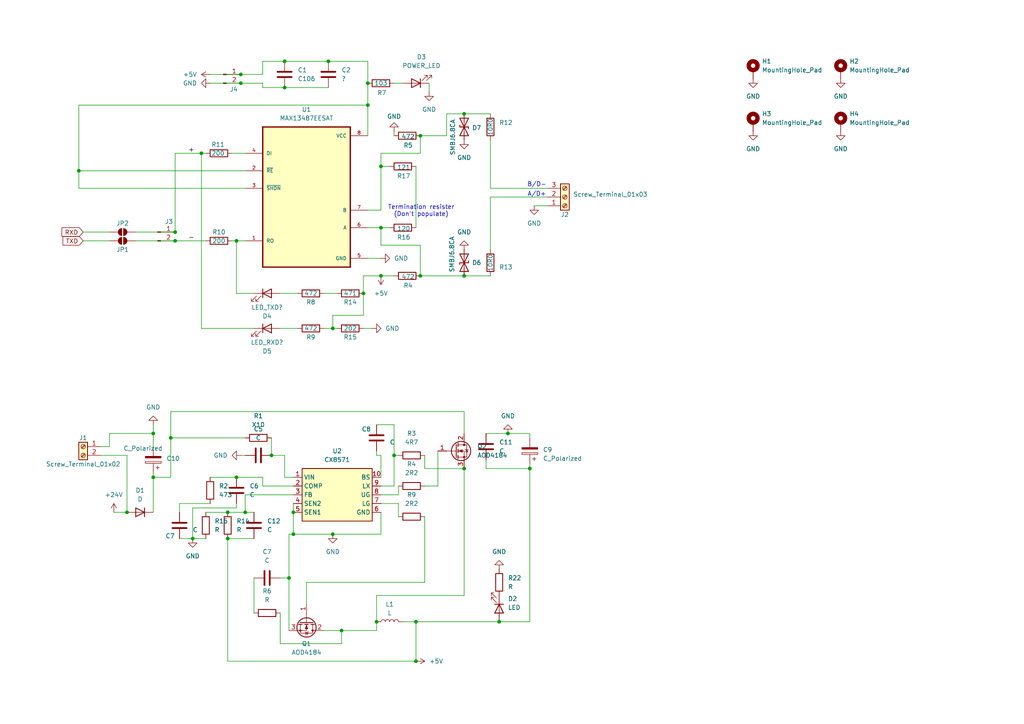
<source format=kicad_sch>
(kicad_sch (version 20231120) (generator "eeschema") (generator_version "8.0")
  (paper "A4")
  (lib_symbols
    (symbol "Connector:Conn_01x02_Pin" (pin_names (offset 1.016) hide)
      (property "Reference" "J" (at 0 2.54 0))
      (property "Value" "Conn_01x02_Pin" (at 0 -5.08 0))
      (symbol "Conn_01x02_Pin_1_1"
        (polyline (pts (xy 1.27 -2.54) (xy 0.8636 -2.54)) (stroke (width 0.1524)))
        (polyline (pts (xy 1.27 0) (xy 0.8636 0)) (stroke (width 0.1524)))
        (rectangle (start 0.8636 -2.413) (end 0 -2.667) (stroke (width 0.1524)) (fill (type outline)))
        (rectangle (start 0.8636 0.127) (end 0 -0.127) (stroke (width 0.1524)) (fill (type outline)))
        (pin passive line (at 5.08 0 180) (length 3.81) (name "Pin_1") (number "1"))
        (pin passive line (at 5.08 -2.54 180) (length 3.81) (name "Pin_2") (number "2"))
      )
    )
    (symbol "Connector:Screw_Terminal_01x02" (pin_names (offset 1.016) hide)
      (property "Reference" "J" (at 0 2.54 0))
      (property "Value" "Screw_Terminal_01x02" (at 0 -5.08 0))
      (symbol "Screw_Terminal_01x02_1_1"
        (rectangle (start -1.27 1.27) (end 1.27 -3.81) (stroke (width 0.254)) (fill (type background)))
        (circle (center 0 -2.54) (radius 0.635) (stroke (width 0.1524)))
        (polyline (pts (xy -0.5334 -2.2098) (xy 0.3302 -3.048)) (stroke (width 0.1524)))
        (polyline (pts (xy -0.5334 0.3302) (xy 0.3302 -0.508)) (stroke (width 0.1524)))
        (polyline (pts (xy -0.3556 -2.032) (xy 0.508 -2.8702)) (stroke (width 0.1524)))
        (polyline (pts (xy -0.3556 0.508) (xy 0.508 -0.3302)) (stroke (width 0.1524)))
        (circle (center 0 0) (radius 0.635) (stroke (width 0.1524)))
        (pin passive line (at -5.08 0 0) (length 3.81) (name "Pin_1") (number "1"))
        (pin passive line (at -5.08 -2.54 0) (length 3.81) (name "Pin_2") (number "2"))
      )
    )
    (symbol "Connector:Screw_Terminal_01x03" (pin_names (offset 1.016) hide)
      (property "Reference" "J" (at 0 5.08 0))
      (property "Value" "Screw_Terminal_01x03" (at 0 -5.08 0))
      (symbol "Screw_Terminal_01x03_1_1"
        (rectangle (start -1.27 3.81) (end 1.27 -3.81) (stroke (width 0.254)) (fill (type background)))
        (circle (center 0 -2.54) (radius 0.635) (stroke (width 0.1524)))
        (polyline (pts (xy -0.5334 -2.2098) (xy 0.3302 -3.048)) (stroke (width 0.1524)))
        (polyline (pts (xy -0.5334 0.3302) (xy 0.3302 -0.508)) (stroke (width 0.1524)))
        (polyline (pts (xy -0.5334 2.8702) (xy 0.3302 2.032)) (stroke (width 0.1524)))
        (polyline (pts (xy -0.3556 -2.032) (xy 0.508 -2.8702)) (stroke (width 0.1524)))
        (polyline (pts (xy -0.3556 0.508) (xy 0.508 -0.3302)) (stroke (width 0.1524)))
        (polyline (pts (xy -0.3556 3.048) (xy 0.508 2.2098)) (stroke (width 0.1524)))
        (circle (center 0 0) (radius 0.635) (stroke (width 0.1524)))
        (circle (center 0 2.54) (radius 0.635) (stroke (width 0.1524)))
        (pin passive line (at -5.08 2.54 0) (length 3.81) (name "Pin_1") (number "1"))
        (pin passive line (at -5.08 0 0) (length 3.81) (name "Pin_2") (number "2"))
        (pin passive line (at -5.08 -2.54 0) (length 3.81) (name "Pin_3") (number "3"))
      )
    )
    (symbol "Custom Symbols:CX8571"
      (property "Reference" "U" (at -10.16 8.89 0))
      (property "Value" "CX8571" (at 0 0 0))
      (symbol "CX8571_0_1"
        (rectangle (start -10.16 7.62) (end 10.16 -7.62) (stroke (width 0.254)) (fill (type background)))
      )
      (symbol "CX8571_1_1"
        (pin power_in line (at -12.7 5.08 0) (length 2.54) (name "VIN") (number "1"))
        (pin output line (at 12.7 5.08 180) (length 2.54) (name "BS") (number "10"))
        (pin input line (at -12.7 2.54 0) (length 2.54) (name "COMP") (number "2"))
        (pin input line (at -12.7 0 0) (length 2.54) (name "FB") (number "3"))
        (pin input line (at -12.7 -2.54 0) (length 2.54) (name "SEN2") (number "4"))
        (pin passive line (at -12.7 -5.08 0) (length 2.54) (name "SEN1") (number "5"))
        (pin passive line (at 12.7 -5.08 180) (length 2.54) (name "GND") (number "6"))
        (pin output line (at 12.7 -2.54 180) (length 2.54) (name "LG") (number "7"))
        (pin input line (at 12.7 0 180) (length 2.54) (name "UG") (number "8"))
        (pin input line (at 12.7 2.54 180) (length 2.54) (name "LX") (number "9"))
      )
    )
    (symbol "Custom Symbols:MAX13487EESAT" (pin_names (offset 1.016))
      (property "Reference" "U1" (at 0 25.4 0))
      (property "Value" "MAX13487EESAT" (at 0 22.86 0))
      (symbol "MAX13487EESAT_0_0"
        (rectangle (start -12.7 -20.32) (end 12.7 20.32) (stroke (width 0.41)) (fill (type background)))
        (pin bidirectional line (at -17.78 -12.7 0) (length 5.08) (name "RO") (number "1"))
        (pin bidirectional line (at -17.78 7.62 0) (length 5.08) (name "~{RE}") (number "2"))
        (pin bidirectional line (at -17.78 2.54 0) (length 5.08) (name "~{SHDN}") (number "3"))
        (pin input line (at -17.78 12.7 0) (length 5.08) (name "DI") (number "4"))
        (pin power_in line (at 17.78 -17.78 180) (length 5.08) (name "GND") (number "5"))
        (pin bidirectional line (at 17.78 -8.89 180) (length 5.08) (name "A") (number "6"))
        (pin bidirectional line (at 17.78 -3.81 180) (length 5.08) (name "B") (number "7"))
        (pin power_in line (at 17.78 17.78 180) (length 5.08) (name "VCC") (number "8"))
      )
    )
    (symbol "Device:C" (pin_numbers hide) (pin_names (offset 0.254))
      (property "Reference" "C" (at 0.635 2.54 0))
      (property "Value" "C" (at 0.635 -2.54 0))
      (symbol "C_0_1"
        (polyline (pts (xy -2.032 -0.762) (xy 2.032 -0.762)) (stroke (width 0.508)))
        (polyline (pts (xy -2.032 0.762) (xy 2.032 0.762)) (stroke (width 0.508)))
      )
      (symbol "C_1_1"
        (pin passive line (at 0 3.81 270) (length 2.794) (name "~") (number "1"))
        (pin passive line (at 0 -3.81 90) (length 2.794) (name "~") (number "2"))
      )
    )
    (symbol "Device:C_Polarized" (pin_numbers hide) (pin_names (offset 0.254))
      (property "Reference" "C" (at 0.635 2.54 0))
      (property "Value" "C_Polarized" (at 0.635 -2.54 0))
      (symbol "C_Polarized_0_1"
        (rectangle (start -2.286 0.508) (end 2.286 1.016))
        (polyline (pts (xy -1.778 2.286) (xy -0.762 2.286)))
        (polyline (pts (xy -1.27 2.794) (xy -1.27 1.778)))
        (rectangle (start 2.286 -0.508) (end -2.286 -1.016) (fill (type outline)))
      )
      (symbol "C_Polarized_1_1"
        (pin passive line (at 0 3.81 270) (length 2.794) (name "~") (number "1"))
        (pin passive line (at 0 -3.81 90) (length 2.794) (name "~") (number "2"))
      )
    )
    (symbol "Device:D" (pin_numbers hide) (pin_names (offset 1.016) hide)
      (property "Reference" "D" (at 0 2.54 0))
      (property "Value" "D" (at 0 -2.54 0))
      (symbol "D_0_1"
        (polyline (pts (xy -1.27 1.27) (xy -1.27 -1.27)) (stroke (width 0.254)))
        (polyline (pts (xy 1.27 0) (xy -1.27 0)))
        (polyline (pts (xy 1.27 1.27) (xy 1.27 -1.27) (xy -1.27 0) (xy 1.27 1.27)) (stroke (width 0.254)))
      )
      (symbol "D_1_1"
        (pin passive line (at -3.81 0 0) (length 2.54) (name "K") (number "1"))
        (pin passive line (at 3.81 0 180) (length 2.54) (name "A") (number "2"))
      )
    )
    (symbol "Device:D_TVS" (pin_numbers hide) (pin_names (offset 1.016) hide)
      (property "Reference" "D" (at 0 2.54 0))
      (property "Value" "D_TVS" (at 0 -2.54 0))
      (symbol "D_TVS_0_1"
        (polyline (pts (xy 1.27 0) (xy -1.27 0)))
        (polyline (pts (xy 0.508 1.27) (xy 0 1.27) (xy 0 -1.27) (xy -0.508 -1.27)) (stroke (width 0.254)))
        (polyline (pts (xy -2.54 1.27) (xy -2.54 -1.27) (xy 2.54 1.27) (xy 2.54 -1.27) (xy -2.54 1.27)) (stroke (width 0.254)))
      )
      (symbol "D_TVS_1_1"
        (pin passive line (at -3.81 0 0) (length 2.54) (name "A1") (number "1"))
        (pin passive line (at 3.81 0 180) (length 2.54) (name "A2") (number "2"))
      )
    )
    (symbol "Device:L" (pin_numbers hide) (pin_names (offset 1.016) hide)
      (property "Reference" "L" (at -1.27 0 90))
      (property "Value" "L" (at 1.905 0 90))
      (symbol "L_0_1"
        (arc (start 0 -2.54) (mid 0.6323 -1.905) (end 0 -1.27))
        (arc (start 0 -1.27) (mid 0.6323 -0.635) (end 0 0))
        (arc (start 0 0) (mid 0.6323 0.635) (end 0 1.27))
        (arc (start 0 1.27) (mid 0.6323 1.905) (end 0 2.54))
      )
      (symbol "L_1_1"
        (pin passive line (at 0 3.81 270) (length 1.27) (name "1") (number "1"))
        (pin passive line (at 0 -3.81 90) (length 1.27) (name "2") (number "2"))
      )
    )
    (symbol "Device:LED" (pin_numbers hide) (pin_names (offset 1.016) hide)
      (property "Reference" "D" (at 0 2.54 0))
      (property "Value" "LED" (at 0 -2.54 0))
      (symbol "LED_0_1"
        (polyline (pts (xy -1.27 -1.27) (xy -1.27 1.27)) (stroke (width 0.254)))
        (polyline (pts (xy -1.27 0) (xy 1.27 0)))
        (polyline (pts (xy 1.27 -1.27) (xy 1.27 1.27) (xy -1.27 0) (xy 1.27 -1.27)) (stroke (width 0.254)))
        (polyline (pts (xy -3.048 -0.762) (xy -4.572 -2.286) (xy -3.81 -2.286) (xy -4.572 -2.286) (xy -4.572 -1.524)))
        (polyline (pts (xy -1.778 -0.762) (xy -3.302 -2.286) (xy -2.54 -2.286) (xy -3.302 -2.286) (xy -3.302 -1.524)))
      )
      (symbol "LED_1_1"
        (pin passive line (at -3.81 0 0) (length 2.54) (name "K") (number "1"))
        (pin passive line (at 3.81 0 180) (length 2.54) (name "A") (number "2"))
      )
    )
    (symbol "Device:R" (pin_numbers hide) (pin_names (offset 0))
      (property "Reference" "R" (at 2.032 0 90))
      (property "Value" "R" (at 0 0 90))
      (symbol "R_0_1"
        (rectangle (start -1.016 -2.54) (end 1.016 2.54) (stroke (width 0.254)))
      )
      (symbol "R_1_1"
        (pin passive line (at 0 3.81 270) (length 1.27) (name "~") (number "1"))
        (pin passive line (at 0 -3.81 90) (length 1.27) (name "~") (number "2"))
      )
    )
    (symbol "Jumper:SolderJumper_2_Open" (pin_numbers hide) (pin_names (offset 0) hide) (exclude_from_sim yes) (in_bom no)
      (property "Reference" "JP" (at 0 2.032 0))
      (property "Value" "SolderJumper_2_Open" (at 0 -2.54 0))
      (symbol "SolderJumper_2_Open_0_1"
        (arc (start -0.254 1.016) (mid -1.2656 0) (end -0.254 -1.016))
        (arc (start -0.254 1.016) (mid -1.2656 0) (end -0.254 -1.016) (fill (type outline)))
        (polyline (pts (xy -0.254 1.016) (xy -0.254 -1.016)))
        (polyline (pts (xy 0.254 1.016) (xy 0.254 -1.016)))
        (arc (start 0.254 -1.016) (mid 1.2656 0) (end 0.254 1.016))
        (arc (start 0.254 -1.016) (mid 1.2656 0) (end 0.254 1.016) (fill (type outline)))
      )
      (symbol "SolderJumper_2_Open_1_1"
        (pin passive line (at -3.81 0 0) (length 2.54) (name "A") (number "1"))
        (pin passive line (at 3.81 0 180) (length 2.54) (name "B") (number "2"))
      )
    )
    (symbol "Mechanical:MountingHole_Pad" (pin_numbers hide) (pin_names (offset 1.016) hide) (exclude_from_sim yes) (in_bom no)
      (property "Reference" "H" (at 0 6.35 0))
      (property "Value" "MountingHole_Pad" (at 0 4.445 0))
      (symbol "MountingHole_Pad_0_1"
        (circle (center 0 1.27) (radius 1.27) (stroke (width 1.27)))
      )
      (symbol "MountingHole_Pad_1_1"
        (pin input line (at 0 -2.54 90) (length 2.54) (name "1") (number "1"))
      )
    )
    (symbol "Transistor_FET:RS9N50D" (pin_names hide)
      (property "Reference" "Q" (at 5.08 1.905 0))
      (property "Value" "RS9N50D" (at 5.08 0 0))
      (symbol "RS9N50D_0_1"
        (polyline (pts (xy 0.254 0) (xy -2.54 0)))
        (polyline (pts (xy 0.254 1.905) (xy 0.254 -1.905)) (stroke (width 0.254)))
        (polyline (pts (xy 0.762 -1.27) (xy 0.762 -2.286)) (stroke (width 0.254)))
        (polyline (pts (xy 0.762 0.508) (xy 0.762 -0.508)) (stroke (width 0.254)))
        (polyline (pts (xy 0.762 2.286) (xy 0.762 1.27)) (stroke (width 0.254)))
        (polyline (pts (xy 2.54 2.54) (xy 2.54 1.778)))
        (polyline (pts (xy 2.54 -2.54) (xy 2.54 0) (xy 0.762 0)))
        (polyline (pts (xy 0.762 -1.778) (xy 3.302 -1.778) (xy 3.302 1.778) (xy 0.762 1.778)))
        (polyline (pts (xy 1.016 0) (xy 2.032 0.381) (xy 2.032 -0.381) (xy 1.016 0)) (fill (type outline)))
        (polyline (pts (xy 2.794 0.508) (xy 2.921 0.381) (xy 3.683 0.381) (xy 3.81 0.254)))
        (polyline (pts (xy 3.302 0.381) (xy 2.921 -0.254) (xy 3.683 -0.254) (xy 3.302 0.381)))
        (circle (center 1.651 0) (radius 2.794) (stroke (width 0.254)))
        (circle (center 2.54 -1.778) (radius 0.254) (fill (type outline)))
        (circle (center 2.54 1.778) (radius 0.254) (fill (type outline)))
      )
      (symbol "RS9N50D_1_1"
        (pin input line (at -5.08 0 0) (length 2.54) (name "G") (number "1"))
        (pin passive line (at 2.54 5.08 270) (length 2.54) (name "D") (number "2"))
        (pin passive line (at 2.54 -5.08 90) (length 2.54) (name "S") (number "3"))
      )
    )
    (symbol "power:+24V" (power) (pin_numbers hide) (pin_names (offset 0) hide)
      (property "Value" "+24V" (at 0 3.556 0))
      (symbol "+24V_0_1"
        (polyline (pts (xy -0.762 1.27) (xy 0 2.54)))
        (polyline (pts (xy 0 0) (xy 0 2.54)))
        (polyline (pts (xy 0 2.54) (xy 0.762 1.27)))
      )
      (symbol "+24V_1_1"
        (pin power_in line (at 0 0 90) (length 0) (name "~") (number "1"))
      )
    )
    (symbol "power:+5V" (power) (pin_numbers hide) (pin_names (offset 0) hide)
      (property "Value" "+5V" (at 0 3.556 0))
      (symbol "+5V_0_1"
        (polyline (pts (xy -0.762 1.27) (xy 0 2.54)))
        (polyline (pts (xy 0 0) (xy 0 2.54)))
        (polyline (pts (xy 0 2.54) (xy 0.762 1.27)))
      )
      (symbol "+5V_1_1"
        (pin power_in line (at 0 0 90) (length 0) (name "~") (number "1"))
      )
    )
    (symbol "power:GND" (power) (pin_numbers hide) (pin_names (offset 0) hide)
      (property "Value" "GND" (at 0 -3.81 0))
      (symbol "GND_0_1"
        (polyline (pts (xy 0 0) (xy 0 -1.27) (xy 1.27 -1.27) (xy 0 -2.54) (xy -1.27 -1.27) (xy 0 -1.27)))
      )
      (symbol "GND_1_1"
        (pin power_in line (at 0 0 270) (length 0) (name "~") (number "1"))
      )
    )
  )
  (junction (at 144.78 180.34))
  (junction (at 69.85 21.59))
  (junction (at 71.12 148.59))
  (junction (at 49.53 127))
  (junction (at 68.58 69.85))
  (junction (at 55.88 156.21))
  (junction (at 114.3 132.08))
  (junction (at 66.04 156.21))
  (junction (at 69.85 24.13))
  (junction (at 134.62 135.89))
  (junction (at 78.74 132.08))
  (junction (at 121.92 80.01))
  (junction (at 36.83 148.59))
  (junction (at 121.92 39.37))
  (junction (at 68.58 138.43))
  (junction (at 58.42 44.45))
  (junction (at 110.49 66.04))
  (junction (at 95.25 17.78))
  (junction (at 85.09 148.59))
  (junction (at 106.68 24.13))
  (junction (at 82.55 17.78))
  (junction (at 50.8 69.85))
  (junction (at 44.45 138.43))
  (junction (at 134.62 33.02))
  (junction (at 44.45 125.73))
  (junction (at 120.65 180.34))
  (junction (at 82.55 25.4))
  (junction (at 109.22 180.34))
  (junction (at 96.52 95.25))
  (junction (at 66.04 148.59))
  (junction (at 50.8 67.31))
  (junction (at 105.41 85.09))
  (junction (at 106.68 30.48))
  (junction (at 85.09 154.94))
  (junction (at 110.49 80.01))
  (junction (at 99.06 182.88))
  (junction (at 96.52 154.94))
  (junction (at 83.82 167.64))
  (junction (at 22.86 49.53))
  (junction (at 147.32 125.73))
  (junction (at 120.65 191.77))
  (junction (at 134.62 80.01))
  (junction (at 110.49 48.26))
  (junction (at 153.67 135.89))
  (wire (pts (xy 76.2 21.59) (xy 69.85 21.59)))
  (wire (pts (xy 142.24 54.61) (xy 158.75 54.61)))
  (wire (pts (xy 69.85 132.08) (xy 71.12 132.08)))
  (wire (pts (xy 93.98 85.09) (xy 97.79 85.09)))
  (wire (pts (xy 110.49 132.08) (xy 110.49 138.43)))
  (wire (pts (xy 123.19 135.89) (xy 134.62 135.89)))
  (wire (pts (xy 140.97 135.89) (xy 153.67 135.89)))
  (wire (pts (xy 120.65 48.26) (xy 120.65 66.04)))
  (wire (pts (xy 58.42 95.25) (xy 73.66 95.25)))
  (wire (pts (xy 129.54 39.37) (xy 129.54 33.02)))
  (wire (pts (xy 123.19 168.91) (xy 123.19 149.86)))
  (wire (pts (xy 52.07 146.05) (xy 52.07 148.59)))
  (wire (pts (xy 22.86 54.61) (xy 22.86 49.53)))
  (wire (pts (xy 114.3 24.13) (xy 116.84 24.13)))
  (wire (pts (xy 44.45 125.73) (xy 44.45 129.54)))
  (wire (pts (xy 114.3 132.08) (xy 115.57 132.08)))
  (wire (pts (xy 109.22 132.08) (xy 110.49 132.08)))
  (wire (pts (xy 106.68 17.78) (xy 106.68 24.13)))
  (wire (pts (xy 55.88 156.21) (xy 52.07 156.21)))
  (wire (pts (xy 76.2 138.43) (xy 68.58 138.43)))
  (wire (pts (xy 110.49 48.26) (xy 113.03 48.26)))
  (wire (pts (xy 134.62 119.38) (xy 49.53 119.38)))
  (wire (pts (xy 76.2 25.4) (xy 82.55 25.4)))
  (wire (pts (xy 55.88 156.21) (xy 59.69 156.21)))
  (wire (pts (xy 96.52 91.44) (xy 105.41 91.44)))
  (wire (pts (xy 60.96 146.05) (xy 52.07 146.05)))
  (wire (pts (xy 60.96 138.43) (xy 68.58 138.43)))
  (wire (pts (xy 106.68 74.93) (xy 110.49 74.93)))
  (wire (pts (xy 66.04 156.21) (xy 73.66 156.21)))
  (wire (pts (xy 110.49 143.51) (xy 115.57 143.51)))
  (wire (pts (xy 142.24 57.15) (xy 142.24 72.39)))
  (wire (pts (xy 39.37 69.85) (xy 50.8 69.85)))
  (wire (pts (xy 110.49 48.26) (xy 110.49 44.45)))
  (wire (pts (xy 33.02 148.59) (xy 36.83 148.59)))
  (wire (pts (xy 59.69 148.59) (xy 66.04 148.59)))
  (wire (pts (xy 69.85 21.59) (xy 60.96 21.59)))
  (wire (pts (xy 96.52 154.94) (xy 110.49 154.94)))
  (wire (pts (xy 105.41 85.09) (xy 105.41 91.44)))
  (wire (pts (xy 153.67 127) (xy 153.67 125.73)))
  (wire (pts (xy 78.74 132.08) (xy 82.55 132.08)))
  (wire (pts (xy 31.75 129.54) (xy 31.75 125.73)))
  (wire (pts (xy 153.67 134.62) (xy 153.67 135.89)))
  (wire (pts (xy 124.46 24.13) (xy 124.46 26.67)))
  (wire (pts (xy 39.37 67.31) (xy 50.8 67.31)))
  (wire (pts (xy 115.57 149.86) (xy 115.57 146.05)))
  (wire (pts (xy 121.92 44.45) (xy 121.92 39.37)))
  (wire (pts (xy 29.21 129.54) (xy 31.75 129.54)))
  (wire (pts (xy 81.28 186.69) (xy 99.06 186.69)))
  (wire (pts (xy 36.83 132.08) (xy 29.21 132.08)))
  (wire (pts (xy 50.8 44.45) (xy 58.42 44.45)))
  (wire (pts (xy 134.62 135.89) (xy 134.62 172.72)))
  (wire (pts (xy 88.9 175.26) (xy 88.9 168.91)))
  (wire (pts (xy 68.58 147.32) (xy 55.88 147.32)))
  (wire (pts (xy 82.55 132.08) (xy 82.55 138.43)))
  (wire (pts (xy 142.24 57.15) (xy 158.75 57.15)))
  (wire (pts (xy 114.3 38.1) (xy 114.3 39.37)))
  (wire (pts (xy 49.53 119.38) (xy 49.53 127)))
  (wire (pts (xy 109.22 182.88) (xy 109.22 180.34)))
  (wire (pts (xy 121.92 80.01) (xy 134.62 80.01)))
  (wire (pts (xy 71.12 143.51) (xy 71.12 148.59)))
  (wire (pts (xy 60.96 24.13) (xy 69.85 24.13)))
  (wire (pts (xy 99.06 186.69) (xy 99.06 182.88)))
  (wire (pts (xy 106.68 66.04) (xy 110.49 66.04)))
  (wire (pts (xy 123.19 132.08) (xy 123.19 135.89)))
  (wire (pts (xy 88.9 168.91) (xy 123.19 168.91)))
  (wire (pts (xy 106.68 60.96) (xy 110.49 60.96)))
  (wire (pts (xy 142.24 54.61) (xy 142.24 40.64)))
  (wire (pts (xy 123.19 140.97) (xy 127 140.97)))
  (wire (pts (xy 93.98 95.25) (xy 96.52 95.25)))
  (wire (pts (xy 134.62 172.72) (xy 109.22 172.72)))
  (wire (pts (xy 83.82 154.94) (xy 85.09 154.94)))
  (wire (pts (xy 105.41 95.25) (xy 107.95 95.25)))
  (wire (pts (xy 76.2 21.59) (xy 76.2 17.78)))
  (wire (pts (xy 106.68 24.13) (xy 106.68 30.48)))
  (wire (pts (xy 134.62 33.02) (xy 142.24 33.02)))
  (wire (pts (xy 110.49 80.01) (xy 114.3 80.01)))
  (wire (pts (xy 66.04 156.21) (xy 66.04 191.77)))
  (wire (pts (xy 110.49 140.97) (xy 114.3 140.97)))
  (wire (pts (xy 85.09 148.59) (xy 85.09 154.94)))
  (wire (pts (xy 83.82 167.64) (xy 83.82 154.94)))
  (wire (pts (xy 24.13 69.85) (xy 31.75 69.85)))
  (wire (pts (xy 85.09 140.97) (xy 76.2 140.97)))
  (wire (pts (xy 71.12 148.59) (xy 66.04 148.59)))
  (wire (pts (xy 153.67 135.89) (xy 153.67 180.34)))
  (wire (pts (xy 96.52 95.25) (xy 96.52 91.44)))
  (wire (pts (xy 147.32 125.73) (xy 153.67 125.73)))
  (wire (pts (xy 121.92 71.12) (xy 121.92 80.01)))
  (wire (pts (xy 110.49 66.04) (xy 113.03 66.04)))
  (wire (pts (xy 110.49 48.26) (xy 110.49 60.96)))
  (wire (pts (xy 109.22 130.81) (xy 109.22 132.08)))
  (wire (pts (xy 134.62 80.01) (xy 142.24 80.01)))
  (wire (pts (xy 49.53 138.43) (xy 44.45 138.43)))
  (wire (pts (xy 110.49 66.04) (xy 110.49 71.12)))
  (wire (pts (xy 50.8 44.45) (xy 50.8 67.31)))
  (wire (pts (xy 115.57 143.51) (xy 115.57 140.97)))
  (wire (pts (xy 110.49 71.12) (xy 121.92 71.12)))
  (wire (pts (xy 58.42 44.45) (xy 58.42 95.25)))
  (wire (pts (xy 99.06 182.88) (xy 109.22 182.88)))
  (wire (pts (xy 121.92 39.37) (xy 129.54 39.37)))
  (wire (pts (xy 115.57 146.05) (xy 110.49 146.05)))
  (wire (pts (xy 71.12 127) (xy 49.53 127)))
  (wire (pts (xy 68.58 146.05) (xy 68.58 147.32)))
  (wire (pts (xy 134.62 125.73) (xy 134.62 119.38)))
  (wire (pts (xy 22.86 49.53) (xy 22.86 30.48)))
  (wire (pts (xy 154.94 59.69) (xy 158.75 59.69)))
  (wire (pts (xy 66.04 191.77) (xy 120.65 191.77)))
  (wire (pts (xy 144.78 180.34) (xy 120.65 180.34)))
  (wire (pts (xy 105.41 80.01) (xy 110.49 80.01)))
  (wire (pts (xy 96.52 95.25) (xy 97.79 95.25)))
  (wire (pts (xy 71.12 54.61) (xy 22.86 54.61)))
  (wire (pts (xy 76.2 140.97) (xy 76.2 138.43)))
  (wire (pts (xy 114.3 123.19) (xy 109.22 123.19)))
  (wire (pts (xy 24.13 67.31) (xy 31.75 67.31)))
  (wire (pts (xy 153.67 180.34) (xy 144.78 180.34)))
  (wire (pts (xy 44.45 137.16) (xy 44.45 138.43)))
  (wire (pts (xy 83.82 182.88) (xy 83.82 167.64)))
  (wire (pts (xy 68.58 85.09) (xy 68.58 69.85)))
  (wire (pts (xy 76.2 24.13) (xy 76.2 25.4)))
  (wire (pts (xy 106.68 17.78) (xy 95.25 17.78)))
  (wire (pts (xy 120.65 180.34) (xy 120.65 191.77)))
  (wire (pts (xy 85.09 143.51) (xy 71.12 143.51)))
  (wire (pts (xy 81.28 85.09) (xy 86.36 85.09)))
  (wire (pts (xy 110.49 44.45) (xy 121.92 44.45)))
  (wire (pts (xy 82.55 138.43) (xy 85.09 138.43)))
  (wire (pts (xy 31.75 125.73) (xy 44.45 125.73)))
  (wire (pts (xy 81.28 177.8) (xy 81.28 186.69)))
  (wire (pts (xy 76.2 17.78) (xy 82.55 17.78)))
  (wire (pts (xy 85.09 146.05) (xy 85.09 148.59)))
  (wire (pts (xy 69.85 24.13) (xy 76.2 24.13)))
  (wire (pts (xy 140.97 133.35) (xy 140.97 135.89)))
  (wire (pts (xy 67.31 69.85) (xy 68.58 69.85)))
  (wire (pts (xy 114.3 132.08) (xy 114.3 123.19)))
  (wire (pts (xy 55.88 147.32) (xy 55.88 156.21)))
  (wire (pts (xy 36.83 148.59) (xy 36.83 132.08)))
  (wire (pts (xy 22.86 49.53) (xy 71.12 49.53)))
  (wire (pts (xy 78.74 127) (xy 78.74 132.08)))
  (wire (pts (xy 95.25 17.78) (xy 82.55 17.78)))
  (wire (pts (xy 81.28 95.25) (xy 86.36 95.25)))
  (wire (pts (xy 73.66 85.09) (xy 68.58 85.09)))
  (wire (pts (xy 129.54 33.02) (xy 134.62 33.02)))
  (wire (pts (xy 127 140.97) (xy 127 130.81)))
  (wire (pts (xy 81.28 167.64) (xy 83.82 167.64)))
  (wire (pts (xy 82.55 25.4) (xy 95.25 25.4)))
  (wire (pts (xy 68.58 69.85) (xy 71.12 69.85)))
  (wire (pts (xy 106.68 30.48) (xy 106.68 39.37)))
  (wire (pts (xy 85.09 154.94) (xy 96.52 154.94)))
  (wire (pts (xy 110.49 154.94) (xy 110.49 148.59)))
  (wire (pts (xy 44.45 123.19) (xy 44.45 125.73)))
  (wire (pts (xy 93.98 182.88) (xy 99.06 182.88)))
  (wire (pts (xy 114.3 140.97) (xy 114.3 132.08)))
  (wire (pts (xy 140.97 125.73) (xy 147.32 125.73)))
  (wire (pts (xy 105.41 80.01) (xy 105.41 85.09)))
  (wire (pts (xy 44.45 138.43) (xy 44.45 148.59)))
  (wire (pts (xy 109.22 172.72) (xy 109.22 180.34)))
  (wire (pts (xy 50.8 69.85) (xy 59.69 69.85)))
  (wire (pts (xy 22.86 30.48) (xy 106.68 30.48)))
  (wire (pts (xy 58.42 44.45) (xy 59.69 44.45)))
  (wire (pts (xy 73.66 167.64) (xy 73.66 177.8)))
  (wire (pts (xy 49.53 127) (xy 49.53 138.43)))
  (wire (pts (xy 67.31 44.45) (xy 71.12 44.45)))
  (wire (pts (xy 116.84 180.34) (xy 120.65 180.34)))
  (wire (pts (xy 71.12 148.59) (xy 73.66 148.59)))
  (text "Termination resister\n(Don't populate)" (at 122.174 61.214 0) (effects (font (size 1.27 1.27))))
  (text "B/D-" (at 155.702 53.594 0) (effects (font (size 1.27 1.27))))
  (text "A/D+" (at 155.702 56.388 0) (effects (font (size 1.27 1.27))))
  (label "-" (at 54.61 69.85 0))
  (label "+" (at 54.61 44.45 0))
  (global_label "TXD" (shape input) (at 24.13 69.85 180) (property "Intersheetrefs" "${INTERSHEET_REFS}" (effects (hide yes))))
  (global_label "RXD" (shape input) (at 24.13 67.31 180) (property "Intersheetrefs" "${INTERSHEET_REFS}" (effects (hide yes))))
  (symbol (lib_id "power:GND") (at 243.84 38.1 0) (unit 1)
    (property "Reference" "#PWR014" (effects (hide yes)))
    (property "Value" "GND" (at 243.84 43.18 0))
    (property "Description" "Power symbol creates a global label with name \"GND\" , ground" (effects (hide yes)))
  )
  (symbol (lib_id "Device:C") (at 109.22 127 0) (unit 1)
    (property "Reference" "C8" (at 104.902 124.46 0) (effects (justify left)))
    (property "Value" "C" (at 113.03 128.2699 0) (effects (justify left)))
    (property "Footprint" "Capacitor_SMD:C_0603_1608Metric" (effects (hide yes)))
    (property "Description" "Unpolarized capacitor" (effects (hide yes)))
  )
  (symbol (lib_id "Device:R") (at 119.38 149.86 90) (unit 1)
    (property "Reference" "R9" (at 119.38 143.51 90))
    (property "Value" "2R2" (at 119.38 146.05 90))
    (property "Footprint" "Resistor_SMD:R_0603_1608Metric" (effects (hide yes)))
    (property "Description" "Resistor" (effects (hide yes)))
  )
  (symbol (lib_id "Device:R") (at 142.24 36.83 0) (unit 1)
    (property "Reference" "R12" (at 144.78 35.5599 0) (effects (justify left)))
    (property "Value" "10R0" (at 142.24 39.37 90) (effects (justify left)))
    (property "Footprint" "Resistor_SMD:R_2512_6332Metric" (effects (hide yes)))
    (property "Description" "Resistor" (effects (hide yes)))
  )
  (symbol (lib_id "Connector:Screw_Terminal_01x03") (at 163.83 57.15 0) (mirror x) (unit 1)
    (property "Reference" "J2" (at 163.83 62.23 0))
    (property "Value" "Screw_Terminal_01x03" (at 177.038 56.388 0))
    (property "Footprint" "TerminalBlock_RND:TerminalBlock_RND_205-00013_1x03_P5.00mm_Horizontal" (effects (hide yes)))
    (property "Description" "Generic screw terminal, single row, 01x03, script generated (kicad-library-utils/schlib/autogen/connector/)" (effects (hide yes)))
  )
  (symbol (lib_id "Device:C") (at 52.07 152.4 0) (unit 1)
    (property "Reference" "C7" (at 48.006 155.448 0) (effects (justify left)))
    (property "Value" "C" (at 55.88 153.6699 0) (effects (justify left)))
    (property "Footprint" "Capacitor_SMD:C_0603_1608Metric" (effects (hide yes)))
    (property "Description" "Unpolarized capacitor" (effects (hide yes)))
  )
  (symbol (lib_id "Device:R") (at 142.24 76.2 0) (mirror x) (unit 1)
    (property "Reference" "R13" (at 144.78 77.4701 0) (effects (justify left)))
    (property "Value" "10R0" (at 142.24 73.66 90) (effects (justify left)))
    (property "Footprint" "Resistor_SMD:R_2512_6332Metric" (effects (hide yes)))
    (property "Description" "Resistor" (effects (hide yes)))
  )
  (symbol (lib_id "Mechanical:MountingHole_Pad") (at 243.84 20.32 0) (unit 1) (exclude_from_sim yes) (in_bom no)
    (property "Reference" "H2" (at 246.38 17.7799 0) (effects (justify left)))
    (property "Value" "MountingHole_Pad" (at 246.38 20.3199 0) (effects (justify left)))
    (property "Footprint" "MountingHole:MountingHole_3.2mm_M3_DIN965_Pad" (effects (hide yes)))
    (property "Description" "Mounting Hole with connection" (effects (hide yes)))
  )
  (symbol (lib_id "Device:R") (at 116.84 66.04 90) (unit 1)
    (property "Reference" "R16" (at 117.094 68.834 90))
    (property "Value" "120" (at 117.094 66.294 90))
    (property "Footprint" "Resistor_SMD:R_0603_1608Metric" (effects (hide yes)))
    (property "Description" "Resistor" (effects (hide yes)))
  )
  (symbol (lib_id "Device:D_TVS") (at 134.62 36.83 270) (unit 1)
    (property "Reference" "D7" (at 136.906 37.084 90) (effects (justify left)))
    (property "Value" "SMBJ6.8CA" (at 131.318 34.544 0) (effects (justify left)))
    (property "Footprint" "Diode_SMD:D_SMB" (effects (hide yes)))
    (property "Description" "Bidirectional transient-voltage-suppression diode" (effects (hide yes)))
    (property "Sim.Device" "D" (effects (hide yes)))
    (property "Sim.Pins" "1=K 2=A" (effects (hide yes)))
  )
  (symbol (lib_id "Device:R") (at 66.04 152.4 0) (unit 1)
    (property "Reference" "R14" (at 68.58 151.1299 0) (effects (justify left)))
    (property "Value" "R" (at 68.58 153.6699 0) (effects (justify left)))
    (property "Footprint" "Resistor_SMD:R_0603_1608Metric" (effects (hide yes)))
    (property "Description" "Resistor" (effects (hide yes)))
  )
  (symbol (lib_id "Device:C") (at 73.66 152.4 0) (unit 1)
    (property "Reference" "C12" (at 77.47 151.1299 0) (effects (justify left)))
    (property "Value" "C" (at 77.47 153.6699 0) (effects (justify left)))
    (property "Footprint" "Capacitor_SMD:C_0603_1608Metric" (effects (hide yes)))
    (property "Description" "Unpolarized capacitor" (effects (hide yes)))
  )
  (symbol (lib_id "Jumper:SolderJumper_2_Open") (at 35.56 69.85 0) (unit 1) (exclude_from_sim yes) (in_bom no)
    (property "Reference" "JP1" (at 35.56 72.39 0))
    (property "Value" "SolderJumper_2_Open" (effects (hide yes)))
    (property "Footprint" "Jumper:SolderJumper-2_P1.3mm_Open_TrianglePad1.0x1.5mm" (effects (hide yes)))
    (property "Description" "Solder Jumper, 2-pole, open" (effects (hide yes)))
  )
  (symbol (lib_id "Connector:Conn_01x02_Pin") (at 64.77 21.59 0) (unit 1)
    (property "Reference" "J4" (at 67.818 25.908 0))
    (property "Value" "Conn_01x02_Pin" (effects (hide yes)))
    (property "Footprint" "Connector_PinHeader_2.54mm:PinHeader_1x02_P2.54mm_Vertical" (effects (hide yes)))
    (property "Description" "Generic connector, single row, 01x02, script generated" (effects (hide yes)))
  )
  (symbol (lib_id "power:GND") (at 218.44 22.86 0) (unit 1)
    (property "Reference" "#PWR010" (effects (hide yes)))
    (property "Value" "GND" (at 218.44 27.94 0))
    (property "Description" "Power symbol creates a global label with name \"GND\" , ground" (effects (hide yes)))
  )
  (symbol (lib_id "power:GND") (at 114.3 38.1 180) (unit 1)
    (property "Reference" "#PWR06" (effects (hide yes)))
    (property "Value" "GND" (at 114.3 33.782 0))
    (property "Description" "Power symbol creates a global label with name \"GND\" , ground" (effects (hide yes)))
  )
  (symbol (lib_id "power:GND") (at 154.94 59.69 0) (unit 1)
    (property "Reference" "#PWR08" (effects (hide yes)))
    (property "Value" "GND" (at 154.94 64.77 0))
    (property "Description" "Power symbol creates a global label with name \"GND\" , ground" (effects (hide yes)))
  )
  (symbol (lib_id "power:GND") (at 60.96 24.13 270) (unit 1)
    (property "Reference" "#PWR04" (effects (hide yes)))
    (property "Value" "GND" (at 57.15 24.1299 90) (effects (justify right)))
    (property "Description" "Power symbol creates a global label with name \"GND\" , ground" (effects (hide yes)))
  )
  (symbol (lib_id "Device:R") (at 144.78 168.91 0) (unit 1)
    (property "Reference" "R22" (at 147.32 167.6399 0) (effects (justify left)))
    (property "Value" "R" (at 147.32 170.1799 0) (effects (justify left)))
    (property "Footprint" "Resistor_SMD:R_0603_1608Metric" (effects (hide yes)))
    (property "Description" "Resistor" (effects (hide yes)))
  )
  (symbol (lib_id "power:+24V") (at 33.02 148.59 0) (unit 1)
    (property "Reference" "#PWR015" (effects (hide yes)))
    (property "Value" "+24V" (at 33.02 143.51 0))
    (property "Description" "Power symbol creates a global label with name \"+24V\"" (effects (hide yes)))
  )
  (symbol (lib_id "Device:R") (at 60.96 142.24 0) (unit 1)
    (property "Reference" "R2" (at 63.5 140.9699 0) (effects (justify left)))
    (property "Value" "473" (at 63.5 143.5099 0) (effects (justify left)))
    (property "Footprint" "Resistor_SMD:R_0603_1608Metric" (effects (hide yes)))
    (property "Description" "Resistor" (effects (hide yes)))
  )
  (symbol (lib_id "power:GND") (at 124.46 26.67 0) (unit 1)
    (property "Reference" "#PWR05" (effects (hide yes)))
    (property "Value" "GND" (at 124.46 31.75 0))
    (property "Description" "Power symbol creates a global label with name \"GND\" , ground" (effects (hide yes)))
  )
  (symbol (lib_id "power:GND") (at 134.62 72.39 0) (mirror x) (unit 1)
    (property "Reference" "#PWR09" (effects (hide yes)))
    (property "Value" "GND" (at 134.62 67.31 0))
    (property "Description" "Power symbol creates a global label with name \"GND\" , ground" (effects (hide yes)))
  )
  (symbol (lib_id "Device:R") (at 90.17 95.25 90) (unit 1)
    (property "Reference" "R9" (at 90.17 97.79 90))
    (property "Value" "472" (at 90.17 95.25 90))
    (property "Footprint" "Resistor_SMD:R_0603_1608Metric" (effects (hide yes)))
    (property "Description" "Resistor" (effects (hide yes)))
  )
  (symbol (lib_id "Device:R") (at 63.5 69.85 90) (unit 1)
    (property "Reference" "R10" (at 63.5 67.31 90))
    (property "Value" "200" (at 63.5 69.85 90))
    (property "Footprint" "Resistor_SMD:R_0603_1608Metric" (effects (hide yes)))
    (property "Description" "Resistor" (effects (hide yes)))
  )
  (symbol (lib_id "Device:R") (at 119.38 132.08 90) (unit 1)
    (property "Reference" "R3" (at 119.38 125.73 90))
    (property "Value" "4R7" (at 119.38 128.27 90))
    (property "Footprint" "Resistor_SMD:R_0603_1608Metric" (effects (hide yes)))
    (property "Description" "Resistor" (effects (hide yes)))
  )
  (symbol (lib_id "Device:R") (at 119.38 140.97 90) (unit 1)
    (property "Reference" "R4" (at 119.38 134.62 90))
    (property "Value" "2R2" (at 119.38 137.16 90))
    (property "Footprint" "Resistor_SMD:R_0603_1608Metric" (effects (hide yes)))
    (property "Description" "Resistor" (effects (hide yes)))
  )
  (symbol (lib_id "Device:C") (at 140.97 129.54 0) (unit 1)
    (property "Reference" "C11" (at 144.78 128.2699 0) (effects (justify left)))
    (property "Value" "C" (at 144.78 130.8099 0) (effects (justify left)))
    (property "Footprint" "Capacitor_SMD:C_0603_1608Metric" (effects (hide yes)))
    (property "Description" "Unpolarized capacitor" (effects (hide yes)))
  )
  (symbol (lib_id "Device:LED") (at 77.47 95.25 0) (unit 1)
    (property "Reference" "D5" (at 77.47 101.854 0))
    (property "Value" "LED_RXD?" (at 77.47 99.314 0))
    (property "Footprint" "LED_SMD:LED_0603_1608Metric" (effects (hide yes)))
    (property "Description" "Light emitting diode" (effects (hide yes)))
  )
  (symbol (lib_id "Device:LED") (at 120.65 24.13 180) (unit 1)
    (property "Reference" "D3" (at 122.2375 16.51 0))
    (property "Value" "POWER_LED" (at 122.2375 19.05 0))
    (property "Footprint" "LED_SMD:LED_0603_1608Metric" (effects (hide yes)))
    (property "Description" "Light emitting diode" (effects (hide yes)))
  )
  (symbol (lib_id "Device:D") (at 40.64 148.59 180) (unit 1)
    (property "Reference" "D1" (at 40.64 142.24 0))
    (property "Value" "D" (at 40.64 144.78 0))
    (property "Footprint" "Diode_SMD:D_SMB" (effects (hide yes)))
    (property "Description" "Diode" (effects (hide yes)))
    (property "Sim.Device" "D" (effects (hide yes)))
    (property "Sim.Pins" "1=K 2=A" (effects (hide yes)))
  )
  (symbol (lib_id "Device:R") (at 116.84 48.26 90) (unit 1)
    (property "Reference" "R17" (at 117.094 51.054 90))
    (property "Value" "121" (at 117.094 48.514 90))
    (property "Footprint" "Resistor_SMD:R_0603_1608Metric" (effects (hide yes)))
    (property "Description" "Resistor" (effects (hide yes)))
  )
  (symbol (lib_id "power:GND") (at 147.32 125.73 180) (unit 1)
    (property "Reference" "#PWR022" (effects (hide yes)))
    (property "Value" "GND" (at 147.32 120.65 0))
    (property "Description" "Power symbol creates a global label with name \"GND\" , ground" (effects (hide yes)))
  )
  (symbol (lib_id "Connector:Conn_01x02_Pin") (at 45.72 67.31 0) (unit 1)
    (property "Reference" "J3" (at 49.022 64.262 0))
    (property "Value" "Conn_01x02_Pin" (effects (hide yes)))
    (property "Footprint" "Connector_PinHeader_2.54mm:PinHeader_1x02_P2.54mm_Vertical" (effects (hide yes)))
    (property "Description" "Generic connector, single row, 01x02, script generated" (effects (hide yes)))
  )
  (symbol (lib_id "Device:R") (at 77.47 177.8 90) (unit 1)
    (property "Reference" "R6" (at 77.47 171.45 90))
    (property "Value" "R" (at 77.47 173.99 90))
    (property "Footprint" "Resistor_SMD:R_0603_1608Metric" (effects (hide yes)))
    (property "Description" "Resistor" (effects (hide yes)))
  )
  (symbol (lib_id "Device:R") (at 118.11 80.01 90) (unit 1)
    (property "Reference" "R4" (at 118.364 82.804 90))
    (property "Value" "472" (at 118.364 80.264 90))
    (property "Footprint" "Resistor_SMD:R_0603_1608Metric" (effects (hide yes)))
    (property "Description" "Resistor" (effects (hide yes)))
  )
  (symbol (lib_id "Device:R") (at 59.69 152.4 0) (unit 1)
    (property "Reference" "R15" (at 62.23 151.1299 0) (effects (justify left)))
    (property "Value" "R" (at 62.23 153.6699 0) (effects (justify left)))
    (property "Footprint" "Resistor_SMD:R_0603_1608Metric" (effects (hide yes)))
    (property "Description" "Resistor" (effects (hide yes)))
  )
  (symbol (lib_id "Device:R") (at 118.11 39.37 90) (unit 1)
    (property "Reference" "R5" (at 118.364 42.164 90))
    (property "Value" "472" (at 118.364 39.624 90))
    (property "Footprint" "Resistor_SMD:R_0603_1608Metric" (effects (hide yes)))
    (property "Description" "Resistor" (effects (hide yes)))
  )
  (symbol (lib_id "power:GND") (at 44.45 123.19 180) (unit 1)
    (property "Reference" "#PWR017" (effects (hide yes)))
    (property "Value" "GND" (at 44.45 118.11 0))
    (property "Description" "Power symbol creates a global label with name \"GND\" , ground" (effects (hide yes)))
  )
  (symbol (lib_id "Custom Symbols:MAX13487EESAT") (at 88.9 57.15 0) (unit 1)
    (property "Reference" "U1" (at 88.9 31.75 0))
    (property "Value" "MAX13487EESAT" (at 88.9 34.29 0))
    (property "Footprint" "Custom Footprints:SOIC127P600X175-8N" (effects (hide yes)))
  )
  (symbol (lib_id "power:GND") (at 134.62 40.64 0) (unit 1)
    (property "Reference" "#PWR07" (effects (hide yes)))
    (property "Value" "GND" (at 134.62 45.72 0))
    (property "Description" "Power symbol creates a global label with name \"GND\" , ground" (effects (hide yes)))
  )
  (symbol (lib_id "Jumper:SolderJumper_2_Open") (at 35.56 67.31 0) (unit 1) (exclude_from_sim yes) (in_bom no)
    (property "Reference" "JP2" (at 35.56 64.77 0))
    (property "Value" "SolderJumper_2_Open" (effects (hide yes)))
    (property "Footprint" "Jumper:SolderJumper-2_P1.3mm_Open_TrianglePad1.0x1.5mm" (effects (hide yes)))
    (property "Description" "Solder Jumper, 2-pole, open" (effects (hide yes)))
  )
  (symbol (lib_id "Mechanical:MountingHole_Pad") (at 218.44 20.32 0) (unit 1) (exclude_from_sim yes) (in_bom no)
    (property "Reference" "H1" (at 220.98 17.7799 0) (effects (justify left)))
    (property "Value" "MountingHole_Pad" (at 220.98 20.3199 0) (effects (justify left)))
    (property "Footprint" "MountingHole:MountingHole_3.2mm_M3_DIN965_Pad" (effects (hide yes)))
    (property "Description" "Mounting Hole with connection" (effects (hide yes)))
  )
  (symbol (lib_id "Mechanical:MountingHole_Pad") (at 218.44 35.56 0) (unit 1) (exclude_from_sim yes) (in_bom no)
    (property "Reference" "H3" (at 220.98 33.0199 0) (effects (justify left)))
    (property "Value" "MountingHole_Pad" (at 220.98 35.5599 0) (effects (justify left)))
    (property "Footprint" "MountingHole:MountingHole_3.2mm_M3_DIN965_Pad" (effects (hide yes)))
    (property "Description" "Mounting Hole with connection" (effects (hide yes)))
  )
  (symbol (lib_id "power:GND") (at 96.52 154.94 0) (unit 1)
    (property "Reference" "#PWR021" (effects (hide yes)))
    (property "Value" "GND" (at 96.52 160.02 0))
    (property "Description" "Power symbol creates a global label with name \"GND\" , ground" (effects (hide yes)))
  )
  (symbol (lib_id "power:GND") (at 69.85 132.08 270) (unit 1)
    (property "Reference" "#PWR018" (effects (hide yes)))
    (property "Value" "GND" (at 66.04 132.0799 90) (effects (justify right)))
    (property "Description" "Power symbol creates a global label with name \"GND\" , ground" (effects (hide yes)))
  )
  (symbol (lib_id "Mechanical:MountingHole_Pad") (at 243.84 35.56 0) (unit 1) (exclude_from_sim yes) (in_bom no)
    (property "Reference" "H4" (at 246.38 33.0199 0) (effects (justify left)))
    (property "Value" "MountingHole_Pad" (at 246.38 35.5599 0) (effects (justify left)))
    (property "Footprint" "MountingHole:MountingHole_3.2mm_M3_DIN965_Pad" (effects (hide yes)))
    (property "Description" "Mounting Hole with connection" (effects (hide yes)))
  )
  (symbol (lib_id "Device:LED") (at 144.78 176.53 270) (unit 1)
    (property "Reference" "D2" (at 147.32 173.6724 90) (effects (justify left)))
    (property "Value" "LED" (at 147.32 176.2124 90) (effects (justify left)))
    (property "Footprint" "LED_SMD:LED_0603_1608Metric" (effects (hide yes)))
    (property "Description" "Light emitting diode" (effects (hide yes)))
  )
  (symbol (lib_id "Device:R") (at 74.93 127 90) (unit 1)
    (property "Reference" "R1" (at 74.93 120.65 90))
    (property "Value" "X10" (at 74.93 123.19 90))
    (property "Footprint" "Resistor_SMD:R_0603_1608Metric" (effects (hide yes)))
    (property "Description" "Resistor" (effects (hide yes)))
  )
  (symbol (lib_id "Device:R") (at 110.49 24.13 90) (unit 1)
    (property "Reference" "R7" (at 110.744 26.924 90))
    (property "Value" "103" (at 110.49 24.13 90))
    (property "Footprint" "Resistor_SMD:R_0603_1608Metric" (effects (hide yes)))
    (property "Description" "Resistor" (effects (hide yes)))
  )
  (symbol (lib_id "power:GND") (at 243.84 22.86 0) (unit 1)
    (property "Reference" "#PWR012" (effects (hide yes)))
    (property "Value" "GND" (at 243.84 27.94 0))
    (property "Description" "Power symbol creates a global label with name \"GND\" , ground" (effects (hide yes)))
  )
  (symbol (lib_id "Device:C") (at 77.47 167.64 90) (unit 1)
    (property "Reference" "C7" (at 77.47 160.02 90))
    (property "Value" "C" (at 77.47 162.56 90))
    (property "Footprint" "Capacitor_SMD:C_0603_1608Metric" (effects (hide yes)))
    (property "Description" "Unpolarized capacitor" (effects (hide yes)))
  )
  (symbol (lib_id "Device:C_Polarized") (at 44.45 133.35 180) (unit 1)
    (property "Reference" "C10" (at 48.26 132.9689 0) (effects (justify right)))
    (property "Value" "C_Polarized" (at 35.814 130.048 0) (effects (justify right)))
    (property "Footprint" "Capacitor_SMD:CP_Elec_8x10.5" (effects (hide yes)))
    (property "Description" "Polarized capacitor" (effects (hide yes)))
  )
  (symbol (lib_id "Device:C") (at 68.58 142.24 0) (unit 1)
    (property "Reference" "C6" (at 72.39 140.9699 0) (effects (justify left)))
    (property "Value" "C" (at 72.39 143.5099 0) (effects (justify left)))
    (property "Footprint" "Capacitor_SMD:C_0603_1608Metric" (effects (hide yes)))
    (property "Description" "Unpolarized capacitor" (effects (hide yes)))
  )
  (symbol (lib_id "Device:R") (at 63.5 44.45 90) (unit 1)
    (property "Reference" "R11" (at 63.246 41.91 90))
    (property "Value" "200" (at 63.246 44.45 90))
    (property "Footprint" "Resistor_SMD:R_0603_1608Metric" (effects (hide yes)))
    (property "Description" "Resistor" (effects (hide yes)))
  )
  (symbol (lib_id "Device:C_Polarized") (at 153.67 130.81 180) (unit 1)
    (property "Reference" "C9" (at 157.48 130.4289 0) (effects (justify right)))
    (property "Value" "C_Polarized" (at 157.48 132.9689 0) (effects (justify right)))
    (property "Footprint" "Capacitor_SMD:CP_Elec_8x10.5" (effects (hide yes)))
    (property "Description" "Polarized capacitor" (effects (hide yes)))
  )
  (symbol (lib_id "Device:R") (at 101.6 85.09 90) (unit 1)
    (property "Reference" "R14" (at 101.6 87.63 90))
    (property "Value" "471" (at 101.6 85.09 90))
    (property "Footprint" "Resistor_SMD:R_0603_1608Metric" (effects (hide yes)))
    (property "Description" "Resistor" (effects (hide yes)))
  )
  (symbol (lib_id "power:+5V") (at 120.65 191.77 270) (unit 1)
    (property "Reference" "#PWR020" (effects (hide yes)))
    (property "Value" "+5V" (at 124.46 191.7699 90) (effects (justify left)))
    (property "Description" "Power symbol creates a global label with name \"+5V\"" (effects (hide yes)))
  )
  (symbol (lib_id "Device:C") (at 95.25 21.59 0) (unit 1)
    (property "Reference" "C2" (at 99.06 20.3199 0) (effects (justify left)))
    (property "Value" "?" (at 99.06 22.8599 0) (effects (justify left)))
    (property "Footprint" "Capacitor_SMD:C_0603_1608Metric" (effects (hide yes)))
    (property "Description" "Unpolarized capacitor" (effects (hide yes)))
  )
  (symbol (lib_id "power:GND") (at 107.95 95.25 90) (unit 1)
    (property "Reference" "#PWR03" (effects (hide yes)))
    (property "Value" "GND" (at 111.76 95.2499 90) (effects (justify right)))
    (property "Description" "Power symbol creates a global label with name \"GND\" , ground" (effects (hide yes)))
  )
  (symbol (lib_id "Device:R") (at 90.17 85.09 90) (unit 1)
    (property "Reference" "R8" (at 90.17 87.63 90))
    (property "Value" "472" (at 90.17 85.09 90))
    (property "Footprint" "Resistor_SMD:R_0603_1608Metric" (effects (hide yes)))
    (property "Description" "Resistor" (effects (hide yes)))
  )
  (symbol (lib_id "Device:C") (at 74.93 132.08 90) (unit 1)
    (property "Reference" "C5" (at 74.93 124.46 90))
    (property "Value" "C" (at 74.93 127 90))
    (property "Footprint" "Capacitor_SMD:C_0603_1608Metric" (effects (hide yes)))
    (property "Description" "Unpolarized capacitor" (effects (hide yes)))
  )
  (symbol (lib_id "power:+5V") (at 60.96 21.59 90) (unit 1)
    (property "Reference" "#PWR01" (effects (hide yes)))
    (property "Value" "+5V" (at 57.15 21.5899 90) (effects (justify left)))
    (property "Description" "Power symbol creates a global label with name \"+5V\"" (effects (hide yes)))
  )
  (symbol (lib_id "Custom Symbols:CX8571") (at 97.79 143.51 0) (unit 1)
    (property "Reference" "U2" (at 97.79 130.81 0))
    (property "Value" "CX8571" (at 97.79 133.35 0))
    (property "Footprint" "Package_SO:TSSOP-10_3x3mm_P0.5mm" (effects (hide yes)))
    (property "Description" "DC/DC Step Down IC TSSOP-10" (effects (hide yes)))
  )
  (symbol (lib_id "Device:D_TVS") (at 134.62 76.2 270) (mirror x) (unit 1)
    (property "Reference" "D6" (at 136.906 76.2 90) (effects (justify left)))
    (property "Value" "SMBJ6.8CA" (at 131.064 78.994 0) (effects (justify left)))
    (property "Footprint" "Diode_SMD:D_SMB" (effects (hide yes)))
    (property "Description" "Bidirectional transient-voltage-suppression diode" (effects (hide yes)))
    (property "Sim.Device" "D" (effects (hide yes)))
    (property "Sim.Pins" "1=K 2=A" (effects (hide yes)))
  )
  (symbol (lib_id "Device:LED") (at 77.47 85.09 0) (unit 1)
    (property "Reference" "D4" (at 77.47 91.694 0))
    (property "Value" "LED_TXD?" (at 77.47 89.154 0))
    (property "Footprint" "LED_SMD:LED_0603_1608Metric" (effects (hide yes)))
    (property "Description" "Light emitting diode" (effects (hide yes)))
  )
  (symbol (lib_id "power:GND") (at 110.49 74.93 90) (unit 1)
    (property "Reference" "#PWR02" (effects (hide yes)))
    (property "Value" "GND" (at 114.3 74.9299 90) (effects (justify right)))
    (property "Description" "Power symbol creates a global label with name \"GND\" , ground" (effects (hide yes)))
  )
  (symbol (lib_id "Device:R") (at 101.6 95.25 90) (unit 1)
    (property "Reference" "R15" (at 101.6 97.79 90))
    (property "Value" "202" (at 101.6 95.25 90))
    (property "Footprint" "Resistor_SMD:R_0603_1608Metric" (effects (hide yes)))
    (property "Description" "Resistor" (effects (hide yes)))
  )
  (symbol (lib_id "power:+5V") (at 110.49 80.01 180) (unit 1)
    (property "Reference" "#PWR011" (effects (hide yes)))
    (property "Value" "+5V" (at 110.49 85.09 0))
    (property "Description" "Power symbol creates a global label with name \"+5V\"" (effects (hide yes)))
  )
  (symbol (lib_id "Connector:Screw_Terminal_01x02") (at 24.13 129.54 0) (mirror y) (unit 1)
    (property "Reference" "J1" (at 24.13 127 0))
    (property "Value" "Screw_Terminal_01x02" (at 24.13 134.62 0))
    (property "Footprint" "TerminalBlock_RND:TerminalBlock_RND_205-00013_1x02_P5.00mm_Horizontal" (effects (hide yes)))
    (property "Description" "Generic screw terminal, single row, 01x02, script generated (kicad-library-utils/schlib/autogen/connector/)" (effects (hide yes)))
  )
  (symbol (lib_id "power:GND") (at 218.44 38.1 0) (unit 1)
    (property "Reference" "#PWR013" (effects (hide yes)))
    (property "Value" "GND" (at 218.44 43.18 0))
    (property "Description" "Power symbol creates a global label with name \"GND\" , ground" (effects (hide yes)))
  )
  (symbol (lib_id "Transistor_FET:RS9N50D") (at 132.08 130.81 0) (unit 1)
    (property "Reference" "Q2" (at 138.43 129.5399 0) (effects (justify left)))
    (property "Value" "AOD4184" (at 138.43 132.0799 0) (effects (justify left)))
    (property "Footprint" "Package_TO_SOT_SMD:TO-252-2" (effects (hide yes)))
    (property "Datasheet" "https://www.denovocn.com/sites/default/files/RS9N50D.pdf" (effects (hide yes)))
    (property "Description" "9A Id, 500V Vds, N-Channel Power MOSFET, 650mOhm Ron, 22nC Qg (typ), TO252" (effects (hide yes)))
  )
  (symbol (lib_id "power:GND") (at 55.88 156.21 0) (unit 1)
    (property "Reference" "#PWR019" (effects (hide yes)))
    (property "Value" "GND" (at 55.88 161.29 0))
    (property "Description" "Power symbol creates a global label with name \"GND\" , ground" (effects (hide yes)))
  )
  (symbol (lib_id "Transistor_FET:RS9N50D") (at 88.9 180.34 270) (unit 1)
    (property "Reference" "Q1" (at 88.9 186.69 90))
    (property "Value" "AOD4184" (at 88.9 189.23 90))
    (property "Footprint" "Package_TO_SOT_SMD:TO-252-2" (effects (hide yes)))
    (property "Datasheet" "https://www.denovocn.com/sites/default/files/RS9N50D.pdf" (effects (hide yes)))
    (property "Description" "9A Id, 500V Vds, N-Channel Power MOSFET, 650mOhm Ron, 22nC Qg (typ), TO252" (effects (hide yes)))
  )
  (symbol (lib_id "Device:L") (at 113.03 180.34 90) (unit 1)
    (property "Reference" "L1" (at 113.03 175.26 90))
    (property "Value" "L" (at 113.03 177.8 90))
    (property "Footprint" "Custom Footprints:IND_BOURNS_SRR1208" (effects (hide yes)))
    (property "Description" "Inductor" (effects (hide yes)))
  )
  (symbol (lib_id "power:GND") (at 144.78 165.1 180) (unit 1)
    (property "Reference" "#PWR016" (effects (hide yes)))
    (property "Value" "GND" (at 144.78 160.02 0))
    (property "Description" "Power symbol creates a global label with name \"GND\" , ground" (effects (hide yes)))
  )
  (symbol (lib_id "Device:C") (at 82.55 21.59 0) (unit 1)
    (property "Reference" "C1" (at 86.36 20.3199 0) (effects (justify left)))
    (property "Value" "C106" (at 86.36 22.8599 0) (effects (justify left)))
    (property "Footprint" "Capacitor_Tantalum_SMD:CP_EIA-3216-18_Kemet-A" (effects (hide yes)))
    (property "Description" "Unpolarized capacitor" (effects (hide yes)))
  )
)
</source>
